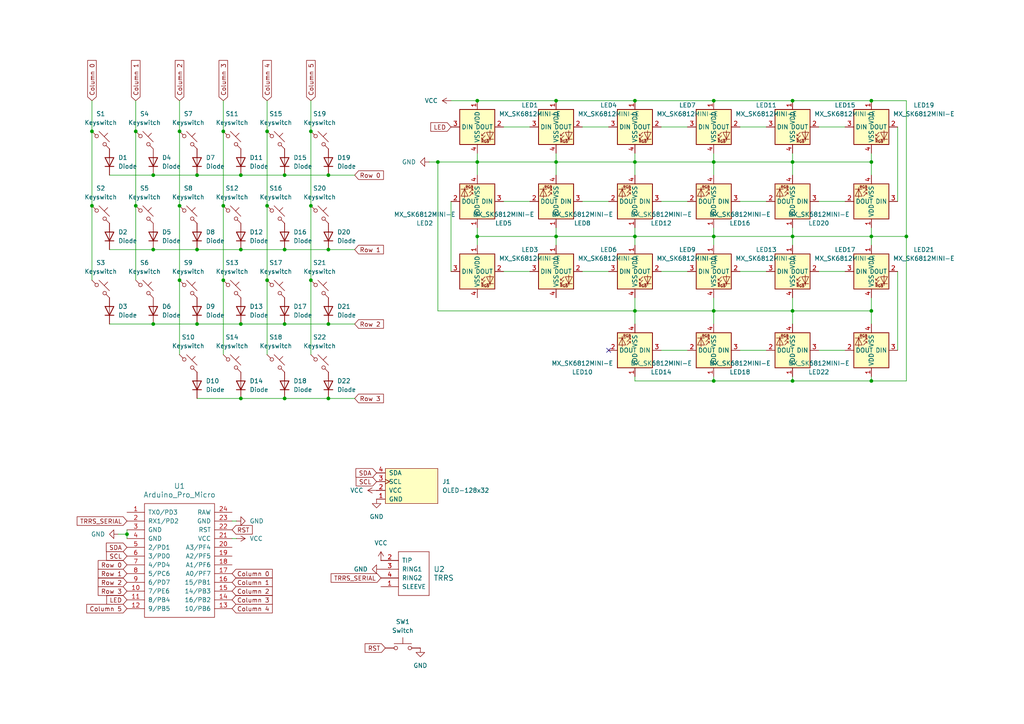
<source format=kicad_sch>
(kicad_sch (version 20231120) (generator "eeschema") (generator_version "8.0")
  (paper "A4")
  (title_block (title "RootKB") (date "2024-04-27") (rev "1.0"))
  (lib_symbols
    (symbol "PCM_marbastlib-mx:MX_SK6812MINI-E"
      (property "Reference" "LED" (at 3.175 6.35 0))
      (property "Value" "MX_SK6812MINI-E" (at 10.16 -6.985 0))
      (symbol "MX_SK6812MINI-E_0_0"
        (text "RGB" (at 2.286 -4.191 0) (effects (font (size 0.762 0.762))))
      )
      (symbol "MX_SK6812MINI-E_0_1"
        (rectangle (start -5.08 5.08) (end 5.08 -5.08) (stroke (width 0.254)) (fill (type background)))
        (polyline (pts (xy 1.27 -3.556) (xy 1.778 -3.556)))
        (polyline (pts (xy 1.27 -2.54) (xy 1.778 -2.54)))
        (polyline (pts (xy 4.699 -3.556) (xy 2.667 -3.556)))
        (polyline (pts (xy 2.286 -2.54) (xy 1.27 -3.556) (xy 1.27 -3.048)))
        (polyline (pts (xy 2.286 -1.524) (xy 1.27 -2.54) (xy 1.27 -2.032)))
        (polyline (pts (xy 3.683 -1.016) (xy 3.683 -3.556) (xy 3.683 -4.064)))
        (polyline (pts (xy 4.699 -1.524) (xy 2.667 -1.524) (xy 3.683 -3.556) (xy 4.699 -1.524)))
      )
      (symbol "MX_SK6812MINI-E_1_1"
        (pin power_in line (at 0 7.62 270) (length 2.54) (name "VDD") (number "1"))
        (pin output line (at 7.62 0 180) (length 2.54) (name "DOUT") (number "2"))
        (pin input line (at -7.62 0 0) (length 2.54) (name "DIN") (number "3"))
        (pin power_in line (at 0 -7.62 90) (length 2.54) (name "VSS") (number "4"))
      )
    )
    (symbol "ScottoKeebs:MCU_Arduino_Pro_Micro" (pin_names (offset 1.016))
      (property "Reference" "U" (at 0 0 0))
      (property "Value" "Arduino_Pro_Micro" (at 0 -19.05 0))
      (symbol "MCU_Arduino_Pro_Micro_0_1"
        (rectangle (start -10.16 16.51) (end 10.16 -16.51))
      )
      (symbol "MCU_Arduino_Pro_Micro_1_1"
        (pin input line (at -15.24 13.97 0) (length 5.08) (name "TX0/PD3") (number "1"))
        (pin input line (at -15.24 -8.89 0) (length 5.08) (name "7/PE6") (number "10"))
        (pin input line (at -15.24 -11.43 0) (length 5.08) (name "8/PB4") (number "11"))
        (pin input line (at -15.24 -13.97 0) (length 5.08) (name "9/PB5") (number "12"))
        (pin input line (at 15.24 -13.97 180) (length 5.08) (name "10/PB6") (number "13"))
        (pin input line (at 15.24 -11.43 180) (length 5.08) (name "16/PB2") (number "14"))
        (pin input line (at 15.24 -8.89 180) (length 5.08) (name "14/PB3") (number "15"))
        (pin input line (at 15.24 -6.35 180) (length 5.08) (name "15/PB1") (number "16"))
        (pin input line (at 15.24 -3.81 180) (length 5.08) (name "A0/PF7") (number "17"))
        (pin input line (at 15.24 -1.27 180) (length 5.08) (name "A1/PF6") (number "18"))
        (pin input line (at 15.24 1.27 180) (length 5.08) (name "A2/PF5") (number "19"))
        (pin input line (at -15.24 11.43 0) (length 5.08) (name "RX1/PD2") (number "2"))
        (pin input line (at 15.24 3.81 180) (length 5.08) (name "A3/PF4") (number "20"))
        (pin input line (at 15.24 6.35 180) (length 5.08) (name "VCC") (number "21"))
        (pin input line (at 15.24 8.89 180) (length 5.08) (name "RST") (number "22"))
        (pin input line (at 15.24 11.43 180) (length 5.08) (name "GND") (number "23"))
        (pin input line (at 15.24 13.97 180) (length 5.08) (name "RAW") (number "24"))
        (pin input line (at -15.24 8.89 0) (length 5.08) (name "GND") (number "3"))
        (pin input line (at -15.24 6.35 0) (length 5.08) (name "GND") (number "4"))
        (pin input line (at -15.24 3.81 0) (length 5.08) (name "2/PD1") (number "5"))
        (pin input line (at -15.24 1.27 0) (length 5.08) (name "3/PD0") (number "6"))
        (pin input line (at -15.24 -1.27 0) (length 5.08) (name "4/PD4") (number "7"))
        (pin input line (at -15.24 -3.81 0) (length 5.08) (name "5/PC6") (number "8"))
        (pin input line (at -15.24 -6.35 0) (length 5.08) (name "6/PD7") (number "9"))
      )
    )
    (symbol "ScottoKeebs:Placeholder_Diode" (pin_numbers hide) (pin_names hide)
      (property "Reference" "D" (at 0 2.54 0))
      (property "Value" "Diode" (at 0 -2.54 0))
      (symbol "Placeholder_Diode_0_1"
        (polyline (pts (xy -1.27 1.27) (xy -1.27 -1.27)) (stroke (width 0.254)))
        (polyline (pts (xy 1.27 0) (xy -1.27 0)))
        (polyline (pts (xy 1.27 1.27) (xy 1.27 -1.27) (xy -1.27 0) (xy 1.27 1.27)) (stroke (width 0.254)))
      )
      (symbol "Placeholder_Diode_1_1"
        (pin passive line (at -3.81 0 0) (length 2.54) (name "K") (number "1"))
        (pin passive line (at 3.81 0 180) (length 2.54) (name "A") (number "2"))
      )
    )
    (symbol "ScottoKeebs:Placeholder_Keyswitch" (pin_numbers hide) (pin_names (offset 1.016) hide)
      (property "Reference" "S" (at 3.048 1.016 0))
      (property "Value" "Keyswitch" (at 0 -3.81 0))
      (symbol "Placeholder_Keyswitch_0_1"
        (circle (center -1.1684 1.1684) (radius 0.508))
        (polyline (pts (xy -0.508 2.54) (xy 2.54 -0.508)))
        (polyline (pts (xy 1.016 1.016) (xy 2.032 2.032)))
        (polyline (pts (xy -2.54 2.54) (xy -1.524 1.524) (xy -1.524 1.524)))
        (polyline (pts (xy 1.524 -1.524) (xy 2.54 -2.54) (xy 2.54 -2.54) (xy 2.54 -2.54)))
        (circle (center 1.143 -1.1938) (radius 0.508))
        (pin passive line (at -2.54 2.54 0) (length 0) (name "1") (number "1"))
        (pin passive line (at 2.54 -2.54 180) (length 0) (name "2") (number "2"))
      )
    )
    (symbol "ScottoKeebs:Placeholder_Switch" (pin_numbers hide) (pin_names (offset 1.016) hide)
      (property "Reference" "SW" (at 1.27 2.54 0))
      (property "Value" "Switch" (at 0 -1.524 0))
      (symbol "Placeholder_Switch_0_1"
        (circle (center -2.032 0) (radius 0.508))
        (polyline (pts (xy 0 1.27) (xy 0 3.048)))
        (polyline (pts (xy 2.54 1.27) (xy -2.54 1.27)))
        (circle (center 2.032 0) (radius 0.508))
        (pin passive line (at -5.08 0 0) (length 2.54) (name "1") (number "1"))
        (pin passive line (at 5.08 0 180) (length 2.54) (name "2") (number "2"))
      )
    )
    (symbol "ScottoKeebs:Placeholder_TRRS" (pin_names (offset 1.016))
      (property "Reference" "U" (at 0 15.24 0))
      (property "Value" "TRRS" (at 0 -2.54 0))
      (symbol "Placeholder_TRRS_0_1"
        (rectangle (start -3.81 0) (end -3.81 12.7))
        (rectangle (start -3.81 0) (end 5.08 0))
        (rectangle (start -3.81 12.7) (end 5.08 12.7))
        (rectangle (start 5.08 12.7) (end 5.08 0))
      )
      (symbol "Placeholder_TRRS_1_1"
        (pin input line (at -8.89 2.54 0) (length 5.08) (name "SLEEVE") (number "1"))
        (pin input line (at -8.89 10.16 0) (length 5.08) (name "TIP") (number "2"))
        (pin input line (at -8.89 7.62 0) (length 5.08) (name "RING1") (number "3"))
        (pin input line (at -8.89 5.08 0) (length 5.08) (name "RING2") (number "4"))
      )
    )
    (symbol "display:OLED-128x32" (pin_names (offset 1.016))
      (property "Reference" "J" (at 0 -6.35 0))
      (property "Value" "OLED-128x32" (at 0 6.35 0))
      (symbol "OLED-128x32_0_1"
        (rectangle (start 0 5.08) (end 15.24 -5.08) (fill (type background)))
      )
      (symbol "OLED-128x32_1_1"
        (pin power_in line (at -2.54 -3.81 0) (length 2.54) (name "GND") (number "1"))
        (pin power_in line (at -2.54 -1.27 0) (length 2.54) (name "VCC") (number "2"))
        (pin input clock (at -2.54 1.27 0) (length 2.54) (name "SCL") (number "3"))
        (pin bidirectional line (at -2.54 3.81 0) (length 2.54) (name "SDA") (number "4"))
      )
    )
    (symbol "power:GND" (power) (pin_numbers hide) (pin_names (offset 0) hide)
      (property "Value" "GND" (at 0 -3.81 0))
      (symbol "GND_0_1"
        (polyline (pts (xy 0 0) (xy 0 -1.27) (xy 1.27 -1.27) (xy 0 -2.54) (xy -1.27 -1.27) (xy 0 -1.27)))
      )
      (symbol "GND_1_1"
        (pin power_in line (at 0 0 270) (length 0) (name "~") (number "1"))
      )
    )
    (symbol "power:VCC" (power) (pin_numbers hide) (pin_names (offset 0) hide)
      (property "Value" "VCC" (at 0 3.556 0))
      (symbol "VCC_0_1"
        (polyline (pts (xy -0.762 1.27) (xy 0 2.54)))
        (polyline (pts (xy 0 0) (xy 0 2.54)))
        (polyline (pts (xy 0 2.54) (xy 0.762 1.27)))
      )
      (symbol "VCC_1_1"
        (pin power_in line (at 0 0 90) (length 0) (name "~") (number "1"))
      )
    )
  )
  (junction (at 36.83 154.94))
  (junction (at 77.47 81.28))
  (junction (at 207.01 29.21))
  (junction (at 52.07 59.69))
  (junction (at 39.37 38.1))
  (junction (at 229.87 110.49))
  (junction (at 252.73 46.99))
  (junction (at 207.01 90.17))
  (junction (at 161.29 46.99))
  (junction (at 252.73 110.49))
  (junction (at 138.43 68.58))
  (junction (at 64.77 38.1))
  (junction (at 57.15 50.8))
  (junction (at 26.67 59.69))
  (junction (at 127 46.99))
  (junction (at 52.07 38.1))
  (junction (at 138.43 29.21))
  (junction (at 44.45 50.8))
  (junction (at 82.55 93.98))
  (junction (at 90.17 59.69))
  (junction (at 77.47 59.69))
  (junction (at 90.17 38.1))
  (junction (at 229.87 29.21))
  (junction (at 95.25 115.57))
  (junction (at 161.29 29.21))
  (junction (at 69.85 50.8))
  (junction (at 184.15 46.99))
  (junction (at 82.55 50.8))
  (junction (at 138.43 46.99))
  (junction (at 229.87 90.17))
  (junction (at 69.85 115.57))
  (junction (at 82.55 115.57))
  (junction (at 69.85 72.39))
  (junction (at 184.15 29.21))
  (junction (at 161.29 68.58))
  (junction (at 90.17 81.28))
  (junction (at 95.25 50.8))
  (junction (at 64.77 81.28))
  (junction (at 44.45 93.98))
  (junction (at 95.25 72.39))
  (junction (at 26.67 38.1))
  (junction (at 207.01 110.49))
  (junction (at 64.77 59.69))
  (junction (at 57.15 72.39))
  (junction (at 44.45 72.39))
  (junction (at 229.87 68.58))
  (junction (at 252.73 68.58))
  (junction (at 95.25 93.98))
  (junction (at 184.15 68.58))
  (junction (at 52.07 81.28))
  (junction (at 57.15 93.98))
  (junction (at 229.87 46.99))
  (junction (at 39.37 59.69))
  (junction (at 184.15 90.17))
  (junction (at 252.73 29.21))
  (junction (at 69.85 93.98))
  (junction (at 207.01 46.99))
  (junction (at 77.47 38.1))
  (junction (at 82.55 72.39))
  (junction (at 252.73 90.17))
  (junction (at 262.89 68.58))
  (junction (at 207.01 68.58))
  (no_connect (at 176.53 101.6))
  (wire (pts (xy 252.73 110.49) (xy 262.89 110.49)))
  (wire (pts (xy 39.37 29.21) (xy 39.37 38.1)))
  (wire (pts (xy 207.01 44.45) (xy 207.01 46.99)))
  (wire (pts (xy 39.37 38.1) (xy 39.37 59.69)))
  (wire (pts (xy 262.89 29.21) (xy 262.89 68.58)))
  (wire (pts (xy 260.35 78.74) (xy 260.35 101.6)))
  (wire (pts (xy 161.29 68.58) (xy 184.15 68.58)))
  (wire (pts (xy 168.91 36.83) (xy 176.53 36.83)))
  (wire (pts (xy 77.47 59.69) (xy 77.47 81.28)))
  (wire (pts (xy 31.75 50.8) (xy 44.45 50.8)))
  (wire (pts (xy 262.89 68.58) (xy 262.89 110.49)))
  (wire (pts (xy 207.01 68.58) (xy 207.01 71.12)))
  (wire (pts (xy 31.75 72.39) (xy 44.45 72.39)))
  (wire (pts (xy 168.91 78.74) (xy 176.53 78.74)))
  (wire (pts (xy 237.49 58.42) (xy 245.11 58.42)))
  (wire (pts (xy 161.29 66.04) (xy 161.29 68.58)))
  (wire (pts (xy 252.73 46.99) (xy 252.73 50.8)))
  (wire (pts (xy 184.15 90.17) (xy 207.01 90.17)))
  (wire (pts (xy 77.47 81.28) (xy 77.47 102.87)))
  (wire (pts (xy 26.67 59.69) (xy 26.67 81.28)))
  (wire (pts (xy 252.73 90.17) (xy 252.73 93.98)))
  (wire (pts (xy 229.87 90.17) (xy 229.87 93.98)))
  (wire (pts (xy 36.83 154.94) (xy 36.83 156.21)))
  (wire (pts (xy 138.43 29.21) (xy 161.29 29.21)))
  (wire (pts (xy 82.55 115.57) (xy 95.25 115.57)))
  (wire (pts (xy 77.47 29.21) (xy 77.47 38.1)))
  (wire (pts (xy 161.29 44.45) (xy 161.29 46.99)))
  (wire (pts (xy 44.45 72.39) (xy 57.15 72.39)))
  (wire (pts (xy 127 46.99) (xy 127 90.17)))
  (wire (pts (xy 124.46 46.99) (xy 127 46.99)))
  (wire (pts (xy 44.45 50.8) (xy 57.15 50.8)))
  (wire (pts (xy 138.43 68.58) (xy 161.29 68.58)))
  (wire (pts (xy 229.87 29.21) (xy 252.73 29.21)))
  (wire (pts (xy 57.15 115.57) (xy 69.85 115.57)))
  (wire (pts (xy 146.05 58.42) (xy 153.67 58.42)))
  (wire (pts (xy 26.67 29.21) (xy 26.67 38.1)))
  (wire (pts (xy 161.29 46.99) (xy 184.15 46.99)))
  (wire (pts (xy 161.29 46.99) (xy 161.29 50.8)))
  (wire (pts (xy 260.35 36.83) (xy 260.35 58.42)))
  (wire (pts (xy 44.45 93.98) (xy 57.15 93.98)))
  (wire (pts (xy 229.87 90.17) (xy 252.73 90.17)))
  (wire (pts (xy 184.15 46.99) (xy 207.01 46.99)))
  (wire (pts (xy 82.55 72.39) (xy 95.25 72.39)))
  (wire (pts (xy 95.25 115.57) (xy 102.87 115.57)))
  (wire (pts (xy 138.43 46.99) (xy 161.29 46.99)))
  (wire (pts (xy 252.73 44.45) (xy 252.73 46.99)))
  (wire (pts (xy 31.75 93.98) (xy 44.45 93.98)))
  (wire (pts (xy 52.07 29.21) (xy 52.07 38.1)))
  (wire (pts (xy 82.55 93.98) (xy 95.25 93.98)))
  (wire (pts (xy 207.01 110.49) (xy 229.87 110.49)))
  (wire (pts (xy 252.73 109.22) (xy 252.73 110.49)))
  (wire (pts (xy 229.87 66.04) (xy 229.87 68.58)))
  (wire (pts (xy 237.49 78.74) (xy 245.11 78.74)))
  (wire (pts (xy 191.77 78.74) (xy 199.39 78.74)))
  (wire (pts (xy 146.05 36.83) (xy 153.67 36.83)))
  (wire (pts (xy 184.15 110.49) (xy 207.01 110.49)))
  (wire (pts (xy 184.15 109.22) (xy 184.15 110.49)))
  (wire (pts (xy 229.87 109.22) (xy 229.87 110.49)))
  (wire (pts (xy 57.15 93.98) (xy 69.85 93.98)))
  (wire (pts (xy 252.73 68.58) (xy 252.73 71.12)))
  (wire (pts (xy 214.63 36.83) (xy 222.25 36.83)))
  (wire (pts (xy 229.87 46.99) (xy 229.87 50.8)))
  (wire (pts (xy 138.43 66.04) (xy 138.43 68.58)))
  (wire (pts (xy 90.17 29.21) (xy 90.17 38.1)))
  (wire (pts (xy 229.87 46.99) (xy 252.73 46.99)))
  (wire (pts (xy 69.85 72.39) (xy 82.55 72.39)))
  (wire (pts (xy 207.01 90.17) (xy 229.87 90.17)))
  (wire (pts (xy 191.77 58.42) (xy 199.39 58.42)))
  (wire (pts (xy 214.63 78.74) (xy 222.25 78.74)))
  (wire (pts (xy 130.81 58.42) (xy 130.81 78.74)))
  (wire (pts (xy 26.67 38.1) (xy 26.67 59.69)))
  (wire (pts (xy 229.87 68.58) (xy 252.73 68.58)))
  (wire (pts (xy 252.73 86.36) (xy 252.73 90.17)))
  (wire (pts (xy 207.01 66.04) (xy 207.01 68.58)))
  (wire (pts (xy 64.77 29.21) (xy 64.77 38.1)))
  (wire (pts (xy 68.58 151.13) (xy 67.31 151.13)))
  (wire (pts (xy 161.29 68.58) (xy 161.29 71.12)))
  (wire (pts (xy 252.73 68.58) (xy 262.89 68.58)))
  (wire (pts (xy 229.87 44.45) (xy 229.87 46.99)))
  (wire (pts (xy 207.01 90.17) (xy 207.01 93.98)))
  (wire (pts (xy 138.43 44.45) (xy 138.43 46.99)))
  (wire (pts (xy 69.85 93.98) (xy 82.55 93.98)))
  (wire (pts (xy 64.77 59.69) (xy 64.77 81.28)))
  (wire (pts (xy 184.15 46.99) (xy 184.15 50.8)))
  (wire (pts (xy 252.73 66.04) (xy 252.73 68.58)))
  (wire (pts (xy 184.15 86.36) (xy 184.15 90.17)))
  (wire (pts (xy 229.87 110.49) (xy 252.73 110.49)))
  (wire (pts (xy 82.55 50.8) (xy 95.25 50.8)))
  (wire (pts (xy 184.15 68.58) (xy 207.01 68.58)))
  (wire (pts (xy 69.85 115.57) (xy 82.55 115.57)))
  (wire (pts (xy 184.15 66.04) (xy 184.15 68.58)))
  (wire (pts (xy 52.07 38.1) (xy 52.07 59.69)))
  (wire (pts (xy 168.91 58.42) (xy 176.53 58.42)))
  (wire (pts (xy 127 90.17) (xy 184.15 90.17)))
  (wire (pts (xy 237.49 36.83) (xy 245.11 36.83)))
  (wire (pts (xy 138.43 46.99) (xy 138.43 50.8)))
  (wire (pts (xy 184.15 29.21) (xy 207.01 29.21)))
  (wire (pts (xy 207.01 46.99) (xy 207.01 50.8)))
  (wire (pts (xy 184.15 90.17) (xy 184.15 93.98)))
  (wire (pts (xy 64.77 81.28) (xy 64.77 102.87)))
  (wire (pts (xy 214.63 58.42) (xy 222.25 58.42)))
  (wire (pts (xy 184.15 44.45) (xy 184.15 46.99)))
  (wire (pts (xy 214.63 101.6) (xy 222.25 101.6)))
  (wire (pts (xy 146.05 78.74) (xy 153.67 78.74)))
  (wire (pts (xy 102.87 93.98) (xy 95.25 93.98)))
  (wire (pts (xy 138.43 68.58) (xy 138.43 71.12)))
  (wire (pts (xy 207.01 86.36) (xy 207.01 90.17)))
  (wire (pts (xy 68.58 156.21) (xy 67.31 156.21)))
  (wire (pts (xy 138.43 46.99) (xy 127 46.99)))
  (wire (pts (xy 77.47 38.1) (xy 77.47 59.69)))
  (wire (pts (xy 36.83 153.67) (xy 36.83 154.94)))
  (wire (pts (xy 130.81 29.21) (xy 138.43 29.21)))
  (wire (pts (xy 191.77 101.6) (xy 199.39 101.6)))
  (wire (pts (xy 207.01 68.58) (xy 229.87 68.58)))
  (wire (pts (xy 90.17 81.28) (xy 90.17 102.87)))
  (wire (pts (xy 252.73 29.21) (xy 262.89 29.21)))
  (wire (pts (xy 161.29 29.21) (xy 184.15 29.21)))
  (wire (pts (xy 184.15 68.58) (xy 184.15 71.12)))
  (wire (pts (xy 64.77 38.1) (xy 64.77 59.69)))
  (wire (pts (xy 191.77 36.83) (xy 199.39 36.83)))
  (wire (pts (xy 207.01 109.22) (xy 207.01 110.49)))
  (wire (pts (xy 52.07 59.69) (xy 52.07 81.28)))
  (wire (pts (xy 57.15 50.8) (xy 69.85 50.8)))
  (wire (pts (xy 34.29 154.94) (xy 36.83 154.94)))
  (wire (pts (xy 229.87 86.36) (xy 229.87 90.17)))
  (wire (pts (xy 102.87 50.8) (xy 95.25 50.8)))
  (wire (pts (xy 52.07 81.28) (xy 52.07 102.87)))
  (wire (pts (xy 237.49 101.6) (xy 245.11 101.6)))
  (wire (pts (xy 102.87 72.39) (xy 95.25 72.39)))
  (wire (pts (xy 90.17 59.69) (xy 90.17 81.28)))
  (wire (pts (xy 57.15 72.39) (xy 69.85 72.39)))
  (wire (pts (xy 207.01 29.21) (xy 229.87 29.21)))
  (wire (pts (xy 229.87 68.58) (xy 229.87 71.12)))
  (wire (pts (xy 39.37 59.69) (xy 39.37 81.28)))
  (wire (pts (xy 90.17 38.1) (xy 90.17 59.69)))
  (wire (pts (xy 69.85 50.8) (xy 82.55 50.8)))
  (wire (pts (xy 207.01 46.99) (xy 229.87 46.99)))
  (global_label "LED" (shape input) (at 130.81 36.83 180) (property "Intersheetrefs" "${INTERSHEET_REFS}" (effects (hide yes))))
  (global_label "Column 0" (shape input) (at 67.31 166.37 0) (property "Intersheetrefs" "${INTERSHEET_REFS}" (effects (hide yes))))
  (global_label "TRRS_SERIAL" (shape input) (at 36.83 151.13 180) (property "Intersheetrefs" "${INTERSHEET_REFS}" (effects (hide yes))))
  (global_label "Column 3" (shape input) (at 67.31 173.99 0) (property "Intersheetrefs" "${INTERSHEET_REFS}" (effects (hide yes))))
  (global_label "Column 4" (shape input) (at 77.47 29.21 90) (property "Intersheetrefs" "${INTERSHEET_REFS}" (effects (hide yes))))
  (global_label "Row 3" (shape input) (at 102.87 115.57 0) (property "Intersheetrefs" "${INTERSHEET_REFS}" (effects (hide yes))))
  (global_label "Column 1" (shape input) (at 39.37 29.21 90) (property "Intersheetrefs" "${INTERSHEET_REFS}" (effects (hide yes))))
  (global_label "TRRS_SERIAL" (shape input) (at 110.49 167.64 180) (property "Intersheetrefs" "${INTERSHEET_REFS}" (effects (hide yes))))
  (global_label "Row 2" (shape input) (at 102.87 93.98 0) (property "Intersheetrefs" "${INTERSHEET_REFS}" (effects (hide yes))))
  (global_label "Column 0" (shape input) (at 26.67 29.21 90) (property "Intersheetrefs" "${INTERSHEET_REFS}" (effects (hide yes))))
  (global_label "Column 1" (shape input) (at 67.31 168.91 0) (property "Intersheetrefs" "${INTERSHEET_REFS}" (effects (hide yes))))
  (global_label "Column 2" (shape input) (at 52.07 29.21 90) (property "Intersheetrefs" "${INTERSHEET_REFS}" (effects (hide yes))))
  (global_label "Row 0" (shape input) (at 102.87 50.8 0) (property "Intersheetrefs" "${INTERSHEET_REFS}" (effects (hide yes))))
  (global_label "RST" (shape input) (at 111.76 187.96 180) (property "Intersheetrefs" "${INTERSHEET_REFS}" (effects (hide yes))))
  (global_label "Row 1" (shape input) (at 36.83 166.37 180) (property "Intersheetrefs" "${INTERSHEET_REFS}" (effects (hide yes))))
  (global_label "Column 4" (shape input) (at 67.31 176.53 0) (property "Intersheetrefs" "${INTERSHEET_REFS}" (effects (hide yes))))
  (global_label "SCL" (shape input) (at 36.83 161.29 180) (property "Intersheetrefs" "${INTERSHEET_REFS}" (effects (hide yes))))
  (global_label "Row 3" (shape input) (at 36.83 171.45 180) (property "Intersheetrefs" "${INTERSHEET_REFS}" (effects (hide yes))))
  (global_label "SCL" (shape input) (at 109.22 139.7 180) (property "Intersheetrefs" "${INTERSHEET_REFS}" (effects (hide yes))))
  (global_label "Row 2" (shape input) (at 36.83 168.91 180) (property "Intersheetrefs" "${INTERSHEET_REFS}" (effects (hide yes))))
  (global_label "Row 1" (shape input) (at 102.87 72.39 0) (property "Intersheetrefs" "${INTERSHEET_REFS}" (effects (hide yes))))
  (global_label "SDA" (shape input) (at 109.22 137.16 180) (property "Intersheetrefs" "${INTERSHEET_REFS}" (effects (hide yes))))
  (global_label "RST" (shape input) (at 67.31 153.67 0) (property "Intersheetrefs" "${INTERSHEET_REFS}" (effects (hide yes))))
  (global_label "Column 5" (shape input) (at 90.17 29.21 90) (property "Intersheetrefs" "${INTERSHEET_REFS}" (effects (hide yes))))
  (global_label "Column 2" (shape input) (at 67.31 171.45 0) (property "Intersheetrefs" "${INTERSHEET_REFS}" (effects (hide yes))))
  (global_label "LED" (shape input) (at 36.83 173.99 180) (property "Intersheetrefs" "${INTERSHEET_REFS}" (effects (hide yes))))
  (global_label "Column 5" (shape input) (at 36.83 176.53 180) (property "Intersheetrefs" "${INTERSHEET_REFS}" (effects (hide yes))))
  (global_label "SDA" (shape input) (at 36.83 158.75 180) (property "Intersheetrefs" "${INTERSHEET_REFS}" (effects (hide yes))))
  (global_label "Column 3" (shape input) (at 64.77 29.21 90) (property "Intersheetrefs" "${INTERSHEET_REFS}" (effects (hide yes))))
  (global_label "Row 0" (shape input) (at 36.83 163.83 180) (property "Intersheetrefs" "${INTERSHEET_REFS}" (effects (hide yes))))
  (symbol (lib_id "ScottoKeebs:Placeholder_Keyswitch") (at 92.71 40.64 0) (unit 1)
    (property "Reference" "S19" (at 92.71 33.02 0))
    (property "Value" "Keyswitch" (at 92.71 35.56 0))
    (property "Footprint" "PCM_Switch_Keyboard_Hotswap_Kailh:SW_Hotswap_Kailh_MX_1.00u" (effects (hide yes)))
    (property "Description" "Push button switch, normally open, two pins, 45° tilted" (effects (hide yes)))
  )
  (symbol (lib_id "power:GND") (at 109.22 144.78 0) (unit 1)
    (property "Reference" "#PWR05" (effects (hide yes)))
    (property "Value" "GND" (at 109.22 149.86 0))
    (property "Description" "Power symbol creates a global label with name \"GND\" , ground" (effects (hide yes)))
  )
  (symbol (lib_id "PCM_marbastlib-mx:MX_SK6812MINI-E") (at 184.15 36.83 0) (unit 1)
    (property "Reference" "LED7" (at 199.39 30.5114 0))
    (property "Value" "MX_SK6812MINI-E" (at 199.39 33.0514 0))
    (property "Footprint" "PCM_marbastlib-mx:LED_MX_6028R" (effects (hide yes)))
    (property "Description" "Reverse mount adressable LED (WS2812 protocol)" (effects (hide yes)))
  )
  (symbol (lib_id "ScottoKeebs:Placeholder_Keyswitch") (at 54.61 83.82 0) (unit 1)
    (property "Reference" "S9" (at 54.61 76.2 0))
    (property "Value" "Keyswitch" (at 54.61 78.74 0))
    (property "Footprint" "PCM_Switch_Keyboard_Hotswap_Kailh:SW_Hotswap_Kailh_MX_1.00u" (effects (hide yes)))
    (property "Description" "Push button switch, normally open, two pins, 45° tilted" (effects (hide yes)))
  )
  (symbol (lib_id "PCM_marbastlib-mx:MX_SK6812MINI-E") (at 207.01 101.6 180) (unit 1)
    (property "Reference" "LED14" (at 191.77 107.9186 0))
    (property "Value" "MX_SK6812MINI-E" (at 191.77 105.3786 0))
    (property "Footprint" "PCM_marbastlib-mx:LED_MX_6028R" (effects (hide yes)))
    (property "Description" "Reverse mount adressable LED (WS2812 protocol)" (effects (hide yes)))
  )
  (symbol (lib_id "ScottoKeebs:Placeholder_Diode") (at 57.15 46.99 90) (unit 1)
    (property "Reference" "D7" (at 59.69 45.7199 90) (effects (justify right)))
    (property "Value" "Diode" (at 59.69 48.2599 90) (effects (justify right)))
    (property "Footprint" "Diode_SMD:D_SOD-123F" (effects (hide yes)))
    (property "Description" "1N4148 (DO-35) or 1N4148W (SOD-123)" (effects (hide yes)))
    (property "Sim.Device" "D" (effects (hide yes)))
    (property "Sim.Pins" "1=K 2=A" (effects (hide yes)))
  )
  (symbol (lib_id "ScottoKeebs:Placeholder_Keyswitch") (at 67.31 83.82 0) (unit 1)
    (property "Reference" "S13" (at 67.31 76.2 0))
    (property "Value" "Keyswitch" (at 67.31 78.74 0))
    (property "Footprint" "PCM_Switch_Keyboard_Hotswap_Kailh:SW_Hotswap_Kailh_MX_1.00u" (effects (hide yes)))
    (property "Description" "Push button switch, normally open, two pins, 45° tilted" (effects (hide yes)))
  )
  (symbol (lib_id "ScottoKeebs:Placeholder_TRRS") (at 119.38 172.72 0) (unit 1)
    (property "Reference" "U2" (at 125.73 165.0999 0) (effects (font (size 1.524 1.524)) (justify left)))
    (property "Value" "TRRS" (at 125.73 167.6399 0) (effects (font (size 1.524 1.524)) (justify left)))
    (property "Footprint" "ScottoKeebs_Components:TRRS_PJ-320A" (effects (hide yes)))
  )
  (symbol (lib_id "ScottoKeebs:Placeholder_Keyswitch") (at 80.01 62.23 0) (unit 1)
    (property "Reference" "S16" (at 80.01 54.61 0))
    (property "Value" "Keyswitch" (at 80.01 57.15 0))
    (property "Footprint" "PCM_Switch_Keyboard_Hotswap_Kailh:SW_Hotswap_Kailh_MX_1.00u" (effects (hide yes)))
    (property "Description" "Push button switch, normally open, two pins, 45° tilted" (effects (hide yes)))
  )
  (symbol (lib_id "ScottoKeebs:Placeholder_Diode") (at 82.55 111.76 90) (unit 1)
    (property "Reference" "D18" (at 85.09 110.4899 90) (effects (justify right)))
    (property "Value" "Diode" (at 85.09 113.0299 90) (effects (justify right)))
    (property "Footprint" "Diode_SMD:D_SOD-123F" (effects (hide yes)))
    (property "Description" "1N4148 (DO-35) or 1N4148W (SOD-123)" (effects (hide yes)))
    (property "Sim.Device" "D" (effects (hide yes)))
    (property "Sim.Pins" "1=K 2=A" (effects (hide yes)))
  )
  (symbol (lib_id "ScottoKeebs:Placeholder_Diode") (at 44.45 90.17 90) (unit 1)
    (property "Reference" "D6" (at 46.99 88.8999 90) (effects (justify right)))
    (property "Value" "Diode" (at 46.99 91.4399 90) (effects (justify right)))
    (property "Footprint" "Diode_SMD:D_SOD-123F" (effects (hide yes)))
    (property "Description" "1N4148 (DO-35) or 1N4148W (SOD-123)" (effects (hide yes)))
    (property "Sim.Device" "D" (effects (hide yes)))
    (property "Sim.Pins" "1=K 2=A" (effects (hide yes)))
  )
  (symbol (lib_id "ScottoKeebs:Placeholder_Keyswitch") (at 41.91 40.64 0) (unit 1)
    (property "Reference" "S4" (at 41.91 33.02 0))
    (property "Value" "Keyswitch" (at 41.91 35.56 0))
    (property "Footprint" "PCM_Switch_Keyboard_Hotswap_Kailh:SW_Hotswap_Kailh_MX_1.00u" (effects (hide yes)))
    (property "Description" "Push button switch, normally open, two pins, 45° tilted" (effects (hide yes)))
  )
  (symbol (lib_id "ScottoKeebs:Placeholder_Diode") (at 44.45 46.99 90) (unit 1)
    (property "Reference" "D4" (at 46.99 45.7199 90) (effects (justify right)))
    (property "Value" "Diode" (at 46.99 48.2599 90) (effects (justify right)))
    (property "Footprint" "Diode_SMD:D_SOD-123F" (effects (hide yes)))
    (property "Description" "1N4148 (DO-35) or 1N4148W (SOD-123)" (effects (hide yes)))
    (property "Sim.Device" "D" (effects (hide yes)))
    (property "Sim.Pins" "1=K 2=A" (effects (hide yes)))
  )
  (symbol (lib_id "ScottoKeebs:Placeholder_Diode") (at 82.55 68.58 90) (unit 1)
    (property "Reference" "D16" (at 85.09 67.3099 90) (effects (justify right)))
    (property "Value" "Diode" (at 85.09 69.8499 90) (effects (justify right)))
    (property "Footprint" "Diode_SMD:D_SOD-123F" (effects (hide yes)))
    (property "Description" "1N4148 (DO-35) or 1N4148W (SOD-123)" (effects (hide yes)))
    (property "Sim.Device" "D" (effects (hide yes)))
    (property "Sim.Pins" "1=K 2=A" (effects (hide yes)))
  )
  (symbol (lib_id "ScottoKeebs:Placeholder_Diode") (at 57.15 111.76 90) (unit 1)
    (property "Reference" "D10" (at 59.69 110.4899 90) (effects (justify right)))
    (property "Value" "Diode" (at 59.69 113.0299 90) (effects (justify right)))
    (property "Footprint" "Diode_SMD:D_SOD-123F" (effects (hide yes)))
    (property "Description" "1N4148 (DO-35) or 1N4148W (SOD-123)" (effects (hide yes)))
    (property "Sim.Device" "D" (effects (hide yes)))
    (property "Sim.Pins" "1=K 2=A" (effects (hide yes)))
  )
  (symbol (lib_id "ScottoKeebs:Placeholder_Diode") (at 69.85 46.99 90) (unit 1)
    (property "Reference" "D11" (at 72.39 45.7199 90) (effects (justify right)))
    (property "Value" "Diode" (at 72.39 48.2599 90) (effects (justify right)))
    (property "Footprint" "Diode_SMD:D_SOD-123F" (effects (hide yes)))
    (property "Description" "1N4148 (DO-35) or 1N4148W (SOD-123)" (effects (hide yes)))
    (property "Sim.Device" "D" (effects (hide yes)))
    (property "Sim.Pins" "1=K 2=A" (effects (hide yes)))
  )
  (symbol (lib_id "PCM_marbastlib-mx:MX_SK6812MINI-E") (at 229.87 58.42 180) (unit 1)
    (property "Reference" "LED16" (at 214.63 64.7386 0))
    (property "Value" "MX_SK6812MINI-E" (at 214.63 62.1986 0))
    (property "Footprint" "PCM_marbastlib-mx:LED_MX_6028R" (effects (hide yes)))
    (property "Description" "Reverse mount adressable LED (WS2812 protocol)" (effects (hide yes)))
  )
  (symbol (lib_id "ScottoKeebs:Placeholder_Keyswitch") (at 67.31 40.64 0) (unit 1)
    (property "Reference" "S11" (at 67.31 33.02 0))
    (property "Value" "Keyswitch" (at 67.31 35.56 0))
    (property "Footprint" "PCM_Switch_Keyboard_Hotswap_Kailh:SW_Hotswap_Kailh_MX_1.00u" (effects (hide yes)))
    (property "Description" "Push button switch, normally open, two pins, 45° tilted" (effects (hide yes)))
  )
  (symbol (lib_id "ScottoKeebs:Placeholder_Switch") (at 116.84 187.96 0) (unit 1)
    (property "Reference" "SW1" (at 116.84 180.34 0))
    (property "Value" "Switch" (at 116.84 182.88 0))
    (property "Footprint" "ScottoKeebs_Components:Button_MJTP1250" (effects (hide yes)))
    (property "Description" "Push button switch, generic, two pins" (effects (hide yes)))
  )
  (symbol (lib_id "PCM_marbastlib-mx:MX_SK6812MINI-E") (at 184.15 58.42 180) (unit 1)
    (property "Reference" "LED8" (at 168.91 64.7386 0))
    (property "Value" "MX_SK6812MINI-E" (at 168.91 62.1986 0))
    (property "Footprint" "PCM_marbastlib-mx:LED_MX_6028R" (effects (hide yes)))
    (property "Description" "Reverse mount adressable LED (WS2812 protocol)" (effects (hide yes)))
  )
  (symbol (lib_id "ScottoKeebs:Placeholder_Diode") (at 31.75 68.58 90) (unit 1)
    (property "Reference" "D2" (at 34.29 67.3099 90) (effects (justify right)))
    (property "Value" "Diode" (at 34.29 69.8499 90) (effects (justify right)))
    (property "Footprint" "Diode_SMD:D_SOD-123F" (effects (hide yes)))
    (property "Description" "1N4148 (DO-35) or 1N4148W (SOD-123)" (effects (hide yes)))
    (property "Sim.Device" "D" (effects (hide yes)))
    (property "Sim.Pins" "1=K 2=A" (effects (hide yes)))
  )
  (symbol (lib_id "power:VCC") (at 130.81 29.21 90) (unit 1)
    (property "Reference" "#PWR010" (effects (hide yes)))
    (property "Value" "VCC" (at 127 29.2099 90) (effects (justify left)))
    (property "Description" "Power symbol creates a global label with name \"VCC\"" (effects (hide yes)))
  )
  (symbol (lib_id "PCM_marbastlib-mx:MX_SK6812MINI-E") (at 161.29 36.83 0) (unit 1)
    (property "Reference" "LED4" (at 176.53 30.5114 0))
    (property "Value" "MX_SK6812MINI-E" (at 176.53 33.0514 0))
    (property "Footprint" "PCM_marbastlib-mx:LED_MX_6028R" (effects (hide yes)))
    (property "Description" "Reverse mount adressable LED (WS2812 protocol)" (effects (hide yes)))
  )
  (symbol (lib_id "ScottoKeebs:Placeholder_Diode") (at 95.25 68.58 90) (unit 1)
    (property "Reference" "D20" (at 97.79 67.3099 90) (effects (justify right)))
    (property "Value" "Diode" (at 97.79 69.8499 90) (effects (justify right)))
    (property "Footprint" "Diode_SMD:D_SOD-123F" (effects (hide yes)))
    (property "Description" "1N4148 (DO-35) or 1N4148W (SOD-123)" (effects (hide yes)))
    (property "Sim.Device" "D" (effects (hide yes)))
    (property "Sim.Pins" "1=K 2=A" (effects (hide yes)))
  )
  (symbol (lib_id "ScottoKeebs:Placeholder_Diode") (at 82.55 46.99 90) (unit 1)
    (property "Reference" "D15" (at 85.09 45.7199 90) (effects (justify right)))
    (property "Value" "Diode" (at 85.09 48.2599 90) (effects (justify right)))
    (property "Footprint" "Diode_SMD:D_SOD-123F" (effects (hide yes)))
    (property "Description" "1N4148 (DO-35) or 1N4148W (SOD-123)" (effects (hide yes)))
    (property "Sim.Device" "D" (effects (hide yes)))
    (property "Sim.Pins" "1=K 2=A" (effects (hide yes)))
  )
  (symbol (lib_id "power:VCC") (at 109.22 142.24 90) (unit 1)
    (property "Reference" "#PWR04" (effects (hide yes)))
    (property "Value" "VCC" (at 105.41 142.2399 90) (effects (justify left)))
    (property "Description" "Power symbol creates a global label with name \"VCC\"" (effects (hide yes)))
  )
  (symbol (lib_id "PCM_marbastlib-mx:MX_SK6812MINI-E") (at 184.15 78.74 0) (unit 1)
    (property "Reference" "LED9" (at 199.39 72.4214 0))
    (property "Value" "MX_SK6812MINI-E" (at 199.39 74.9614 0))
    (property "Footprint" "PCM_marbastlib-mx:LED_MX_6028R" (effects (hide yes)))
    (property "Description" "Reverse mount adressable LED (WS2812 protocol)" (effects (hide yes)))
  )
  (symbol (lib_id "ScottoKeebs:Placeholder_Diode") (at 31.75 90.17 90) (unit 1)
    (property "Reference" "D3" (at 34.29 88.8999 90) (effects (justify right)))
    (property "Value" "Diode" (at 34.29 91.4399 90) (effects (justify right)))
    (property "Footprint" "Diode_SMD:D_SOD-123F" (effects (hide yes)))
    (property "Description" "1N4148 (DO-35) or 1N4148W (SOD-123)" (effects (hide yes)))
    (property "Sim.Device" "D" (effects (hide yes)))
    (property "Sim.Pins" "1=K 2=A" (effects (hide yes)))
  )
  (symbol (lib_id "power:GND") (at 124.46 46.99 270) (unit 1)
    (property "Reference" "#PWR09" (effects (hide yes)))
    (property "Value" "GND" (at 120.65 46.9899 90) (effects (justify right)))
    (property "Description" "Power symbol creates a global label with name \"GND\" , ground" (effects (hide yes)))
  )
  (symbol (lib_id "PCM_marbastlib-mx:MX_SK6812MINI-E") (at 138.43 78.74 0) (unit 1)
    (property "Reference" "LED3" (at 153.67 72.4214 0))
    (property "Value" "MX_SK6812MINI-E" (at 153.67 74.9614 0))
    (property "Footprint" "PCM_marbastlib-mx:LED_MX_6028R" (effects (hide yes)))
    (property "Description" "Reverse mount adressable LED (WS2812 protocol)" (effects (hide yes)))
  )
  (symbol (lib_id "ScottoKeebs:Placeholder_Keyswitch") (at 92.71 83.82 0) (unit 1)
    (property "Reference" "S21" (at 92.71 76.2 0))
    (property "Value" "Keyswitch" (at 92.71 78.74 0))
    (property "Footprint" "PCM_Switch_Keyboard_Hotswap_Kailh:SW_Hotswap_Kailh_MX_1.25u_90deg" (effects (hide yes)))
    (property "Description" "Push button switch, normally open, two pins, 45° tilted" (effects (hide yes)))
  )
  (symbol (lib_id "ScottoKeebs:Placeholder_Diode") (at 69.85 90.17 90) (unit 1)
    (property "Reference" "D13" (at 72.39 88.8999 90) (effects (justify right)))
    (property "Value" "Diode" (at 72.39 91.4399 90) (effects (justify right)))
    (property "Footprint" "Diode_SMD:D_SOD-123F" (effects (hide yes)))
    (property "Description" "1N4148 (DO-35) or 1N4148W (SOD-123)" (effects (hide yes)))
    (property "Sim.Device" "D" (effects (hide yes)))
    (property "Sim.Pins" "1=K 2=A" (effects (hide yes)))
  )
  (symbol (lib_id "power:VCC") (at 68.58 156.21 270) (unit 1)
    (property "Reference" "#PWR03" (effects (hide yes)))
    (property "Value" "VCC" (at 72.39 156.2099 90) (effects (justify left)))
    (property "Description" "Power symbol creates a global label with name \"VCC\"" (effects (hide yes)))
  )
  (symbol (lib_id "power:GND") (at 121.92 187.96 0) (unit 1)
    (property "Reference" "#PWR08" (effects (hide yes)))
    (property "Value" "GND" (at 121.92 193.04 0))
    (property "Description" "Power symbol creates a global label with name \"GND\" , ground" (effects (hide yes)))
  )
  (symbol (lib_id "ScottoKeebs:Placeholder_Keyswitch") (at 29.21 83.82 0) (unit 1)
    (property "Reference" "S3" (at 29.21 76.2 0))
    (property "Value" "Keyswitch" (at 29.21 78.74 0))
    (property "Footprint" "PCM_Switch_Keyboard_Hotswap_Kailh:SW_Hotswap_Kailh_MX_1.00u" (effects (hide yes)))
    (property "Description" "Push button switch, normally open, two pins, 45° tilted" (effects (hide yes)))
  )
  (symbol (lib_id "power:GND") (at 34.29 154.94 270) (unit 1)
    (property "Reference" "#PWR01" (effects (hide yes)))
    (property "Value" "GND" (at 30.48 154.9399 90) (effects (justify right)))
    (property "Description" "Power symbol creates a global label with name \"GND\" , ground" (effects (hide yes)))
  )
  (symbol (lib_id "ScottoKeebs:Placeholder_Keyswitch") (at 67.31 105.41 0) (unit 1)
    (property "Reference" "S14" (at 67.31 97.79 0))
    (property "Value" "Keyswitch" (at 67.31 100.33 0))
    (property "Footprint" "PCM_Switch_Keyboard_Hotswap_Kailh:SW_Hotswap_Kailh_MX_1.00u" (effects (hide yes)))
    (property "Description" "Push button switch, normally open, two pins, 45° tilted" (effects (hide yes)))
  )
  (symbol (lib_id "ScottoKeebs:Placeholder_Keyswitch") (at 80.01 105.41 0) (unit 1)
    (property "Reference" "S18" (at 80.01 97.79 0))
    (property "Value" "Keyswitch" (at 80.01 100.33 0))
    (property "Footprint" "PCM_Switch_Keyboard_Hotswap_Kailh:SW_Hotswap_Kailh_MX_1.00u" (effects (hide yes)))
    (property "Description" "Push button switch, normally open, two pins, 45° tilted" (effects (hide yes)))
  )
  (symbol (lib_id "ScottoKeebs:Placeholder_Keyswitch") (at 54.61 62.23 0) (unit 1)
    (property "Reference" "S8" (at 54.61 54.61 0))
    (property "Value" "Keyswitch" (at 54.61 57.15 0))
    (property "Footprint" "PCM_Switch_Keyboard_Hotswap_Kailh:SW_Hotswap_Kailh_MX_1.00u" (effects (hide yes)))
    (property "Description" "Push button switch, normally open, two pins, 45° tilted" (effects (hide yes)))
  )
  (symbol (lib_id "ScottoKeebs:Placeholder_Keyswitch") (at 54.61 40.64 0) (unit 1)
    (property "Reference" "S7" (at 54.61 33.02 0))
    (property "Value" "Keyswitch" (at 54.61 35.56 0))
    (property "Footprint" "PCM_Switch_Keyboard_Hotswap_Kailh:SW_Hotswap_Kailh_MX_1.00u" (effects (hide yes)))
    (property "Description" "Push button switch, normally open, two pins, 45° tilted" (effects (hide yes)))
  )
  (symbol (lib_id "ScottoKeebs:Placeholder_Diode") (at 95.25 111.76 90) (unit 1)
    (property "Reference" "D22" (at 97.79 110.4899 90) (effects (justify right)))
    (property "Value" "Diode" (at 97.79 113.0299 90) (effects (justify right)))
    (property "Footprint" "Diode_SMD:D_SOD-123F" (effects (hide yes)))
    (property "Description" "1N4148 (DO-35) or 1N4148W (SOD-123)" (effects (hide yes)))
    (property "Sim.Device" "D" (effects (hide yes)))
    (property "Sim.Pins" "1=K 2=A" (effects (hide yes)))
  )
  (symbol (lib_id "PCM_marbastlib-mx:MX_SK6812MINI-E") (at 207.01 36.83 0) (unit 1)
    (property "Reference" "LED11" (at 222.25 30.5114 0))
    (property "Value" "MX_SK6812MINI-E" (at 222.25 33.0514 0))
    (property "Footprint" "PCM_marbastlib-mx:LED_MX_6028R" (effects (hide yes)))
    (property "Description" "Reverse mount adressable LED (WS2812 protocol)" (effects (hide yes)))
  )
  (symbol (lib_id "ScottoKeebs:Placeholder_Diode") (at 31.75 46.99 90) (unit 1)
    (property "Reference" "D1" (at 34.29 45.7199 90) (effects (justify right)))
    (property "Value" "Diode" (at 34.29 48.2599 90) (effects (justify right)))
    (property "Footprint" "Diode_SMD:D_SOD-123F" (effects (hide yes)))
    (property "Description" "1N4148 (DO-35) or 1N4148W (SOD-123)" (effects (hide yes)))
    (property "Sim.Device" "D" (effects (hide yes)))
    (property "Sim.Pins" "1=K 2=A" (effects (hide yes)))
  )
  (symbol (lib_id "PCM_marbastlib-mx:MX_SK6812MINI-E") (at 138.43 58.42 180) (unit 1)
    (property "Reference" "LED2" (at 123.19 64.7386 0))
    (property "Value" "MX_SK6812MINI-E" (at 123.19 62.1986 0))
    (property "Footprint" "PCM_marbastlib-mx:LED_MX_6028R" (effects (hide yes)))
    (property "Description" "Reverse mount adressable LED (WS2812 protocol)" (effects (hide yes)))
  )
  (symbol (lib_id "power:VCC") (at 110.49 162.56 0) (unit 1)
    (property "Reference" "#PWR06" (effects (hide yes)))
    (property "Value" "VCC" (at 110.49 157.48 0))
    (property "Description" "Power symbol creates a global label with name \"VCC\"" (effects (hide yes)))
  )
  (symbol (lib_id "ScottoKeebs:Placeholder_Keyswitch") (at 29.21 62.23 0) (unit 1)
    (property "Reference" "S2" (at 29.21 54.61 0))
    (property "Value" "Keyswitch" (at 29.21 57.15 0))
    (property "Footprint" "PCM_Switch_Keyboard_Hotswap_Kailh:SW_Hotswap_Kailh_MX_1.00u" (effects (hide yes)))
    (property "Description" "Push button switch, normally open, two pins, 45° tilted" (effects (hide yes)))
  )
  (symbol (lib_id "ScottoKeebs:Placeholder_Diode") (at 95.25 90.17 90) (unit 1)
    (property "Reference" "D21" (at 97.79 88.8999 90) (effects (justify right)))
    (property "Value" "Diode" (at 97.79 91.4399 90) (effects (justify right)))
    (property "Footprint" "Diode_SMD:D_SOD-123F" (effects (hide yes)))
    (property "Description" "1N4148 (DO-35) or 1N4148W (SOD-123)" (effects (hide yes)))
    (property "Sim.Device" "D" (effects (hide yes)))
    (property "Sim.Pins" "1=K 2=A" (effects (hide yes)))
  )
  (symbol (lib_id "PCM_marbastlib-mx:MX_SK6812MINI-E") (at 252.73 101.6 180) (unit 1)
    (property "Reference" "LED22" (at 237.49 107.9186 0))
    (property "Value" "MX_SK6812MINI-E" (at 237.49 105.3786 0))
    (property "Footprint" "PCM_marbastlib-mx:LED_MX_6028R" (effects (hide yes)))
    (property "Description" "Reverse mount adressable LED (WS2812 protocol)" (effects (hide yes)))
  )
  (symbol (lib_id "ScottoKeebs:Placeholder_Diode") (at 95.25 46.99 90) (unit 1)
    (property "Reference" "D19" (at 97.79 45.7199 90) (effects (justify right)))
    (property "Value" "Diode" (at 97.79 48.2599 90) (effects (justify right)))
    (property "Footprint" "Diode_SMD:D_SOD-123F" (effects (hide yes)))
    (property "Description" "1N4148 (DO-35) or 1N4148W (SOD-123)" (effects (hide yes)))
    (property "Sim.Device" "D" (effects (hide yes)))
    (property "Sim.Pins" "1=K 2=A" (effects (hide yes)))
  )
  (symbol (lib_id "power:GND") (at 110.49 165.1 270) (unit 1)
    (property "Reference" "#PWR07" (effects (hide yes)))
    (property "Value" "GND" (at 106.68 165.0999 90) (effects (justify right)))
    (property "Description" "Power symbol creates a global label with name \"GND\" , ground" (effects (hide yes)))
  )
  (symbol (lib_id "display:OLED-128x32") (at 111.76 140.97 0) (unit 1)
    (property "Reference" "J1" (at 128.27 139.6999 0) (effects (justify left)))
    (property "Value" "OLED-128x32" (at 128.27 142.2399 0) (effects (justify left)))
    (property "Footprint" "display:OLED-128x32-cutout" (effects (hide yes)))
  )
  (symbol (lib_id "PCM_marbastlib-mx:MX_SK6812MINI-E") (at 207.01 78.74 0) (unit 1)
    (property "Reference" "LED13" (at 222.25 72.4214 0))
    (property "Value" "MX_SK6812MINI-E" (at 222.25 74.9614 0))
    (property "Footprint" "PCM_marbastlib-mx:LED_MX_6028R" (effects (hide yes)))
    (property "Description" "Reverse mount adressable LED (WS2812 protocol)" (effects (hide yes)))
  )
  (symbol (lib_id "PCM_marbastlib-mx:MX_SK6812MINI-E") (at 252.73 58.42 180) (unit 1)
    (property "Reference" "LED20" (at 237.49 64.7386 0))
    (property "Value" "MX_SK6812MINI-E" (at 237.49 62.1986 0))
    (property "Footprint" "PCM_marbastlib-mx:LED_MX_6028R" (effects (hide yes)))
    (property "Description" "Reverse mount adressable LED (WS2812 protocol)" (effects (hide yes)))
  )
  (symbol (lib_id "ScottoKeebs:MCU_Arduino_Pro_Micro") (at 52.07 162.56 0) (unit 1)
    (property "Reference" "U1" (at 52.07 140.97 0) (effects (font (size 1.524 1.524))))
    (property "Value" "Arduino_Pro_Micro" (at 52.07 143.51 0) (effects (font (size 1.524 1.524))))
    (property "Footprint" "ScottoKeebs_MCU:Arduino_Pro_Micro" (effects (hide yes)))
  )
  (symbol (lib_id "ScottoKeebs:Placeholder_Keyswitch") (at 41.91 83.82 0) (unit 1)
    (property "Reference" "S6" (at 41.91 76.2 0))
    (property "Value" "Keyswitch" (at 41.91 78.74 0))
    (property "Footprint" "PCM_Switch_Keyboard_Hotswap_Kailh:SW_Hotswap_Kailh_MX_1.00u" (effects (hide yes)))
    (property "Description" "Push button switch, normally open, two pins, 45° tilted" (effects (hide yes)))
  )
  (symbol (lib_id "PCM_marbastlib-mx:MX_SK6812MINI-E") (at 229.87 78.74 0) (unit 1)
    (property "Reference" "LED17" (at 245.11 72.4214 0))
    (property "Value" "MX_SK6812MINI-E" (at 245.11 74.9614 0))
    (property "Footprint" "PCM_marbastlib-mx:LED_MX_6028R" (effects (hide yes)))
    (property "Description" "Reverse mount adressable LED (WS2812 protocol)" (effects (hide yes)))
  )
  (symbol (lib_id "ScottoKeebs:Placeholder_Keyswitch") (at 92.71 62.23 0) (unit 1)
    (property "Reference" "S20" (at 92.71 54.61 0))
    (property "Value" "Keyswitch" (at 92.71 57.15 0))
    (property "Footprint" "PCM_Switch_Keyboard_Hotswap_Kailh:SW_Hotswap_Kailh_MX_1.25u_90deg" (effects (hide yes)))
    (property "Description" "Push button switch, normally open, two pins, 45° tilted" (effects (hide yes)))
  )
  (symbol (lib_id "ScottoKeebs:Placeholder_Diode") (at 57.15 68.58 90) (unit 1)
    (property "Reference" "D8" (at 59.69 67.3099 90) (effects (justify right)))
    (property "Value" "Diode" (at 59.69 69.8499 90) (effects (justify right)))
    (property "Footprint" "Diode_SMD:D_SOD-123F" (effects (hide yes)))
    (property "Description" "1N4148 (DO-35) or 1N4148W (SOD-123)" (effects (hide yes)))
    (property "Sim.Device" "D" (effects (hide yes)))
    (property "Sim.Pins" "1=K 2=A" (effects (hide yes)))
  )
  (symbol (lib_id "PCM_marbastlib-mx:MX_SK6812MINI-E") (at 229.87 36.83 0) (unit 1)
    (property "Reference" "LED15" (at 245.11 30.5114 0))
    (property "Value" "MX_SK6812MINI-E" (at 245.11 33.0514 0))
    (property "Footprint" "PCM_marbastlib-mx:LED_MX_6028R" (effects (hide yes)))
    (property "Description" "Reverse mount adressable LED (WS2812 protocol)" (effects (hide yes)))
  )
  (symbol (lib_id "PCM_marbastlib-mx:MX_SK6812MINI-E") (at 252.73 78.74 0) (unit 1)
    (property "Reference" "LED21" (at 267.97 72.4214 0))
    (property "Value" "MX_SK6812MINI-E" (at 267.97 74.9614 0))
    (property "Footprint" "PCM_marbastlib-mx:LED_MX_6028R" (effects (hide yes)))
    (property "Description" "Reverse mount adressable LED (WS2812 protocol)" (effects (hide yes)))
  )
  (symbol (lib_id "ScottoKeebs:Placeholder_Keyswitch") (at 80.01 40.64 0) (unit 1)
    (property "Reference" "S15" (at 80.01 33.02 0))
    (property "Value" "Keyswitch" (at 80.01 35.56 0))
    (property "Footprint" "PCM_Switch_Keyboard_Hotswap_Kailh:SW_Hotswap_Kailh_MX_1.00u" (effects (hide yes)))
    (property "Description" "Push button switch, normally open, two pins, 45° tilted" (effects (hide yes)))
  )
  (symbol (lib_id "ScottoKeebs:Placeholder_Diode") (at 69.85 68.58 90) (unit 1)
    (property "Reference" "D12" (at 72.39 67.3099 90) (effects (justify right)))
    (property "Value" "Diode" (at 72.39 69.8499 90) (effects (justify right)))
    (property "Footprint" "Diode_SMD:D_SOD-123F" (effects (hide yes)))
    (property "Description" "1N4148 (DO-35) or 1N4148W (SOD-123)" (effects (hide yes)))
    (property "Sim.Device" "D" (effects (hide yes)))
    (property "Sim.Pins" "1=K 2=A" (effects (hide yes)))
  )
  (symbol (lib_id "ScottoKeebs:Placeholder_Diode") (at 69.85 111.76 90) (unit 1)
    (property "Reference" "D14" (at 72.39 110.4899 90) (effects (justify right)))
    (property "Value" "Diode" (at 72.39 113.0299 90) (effects (justify right)))
    (property "Footprint" "Diode_SMD:D_SOD-123F" (effects (hide yes)))
    (property "Description" "1N4148 (DO-35) or 1N4148W (SOD-123)" (effects (hide yes)))
    (property "Sim.Device" "D" (effects (hide yes)))
    (property "Sim.Pins" "1=K 2=A" (effects (hide yes)))
  )
  (symbol (lib_id "ScottoKeebs:Placeholder_Diode") (at 57.15 90.17 90) (unit 1)
    (property "Reference" "D9" (at 59.69 88.8999 90) (effects (justify right)))
    (property "Value" "Diode" (at 59.69 91.4399 90) (effects (justify right)))
    (property "Footprint" "Diode_SMD:D_SOD-123F" (effects (hide yes)))
    (property "Description" "1N4148 (DO-35) or 1N4148W (SOD-123)" (effects (hide yes)))
    (property "Sim.Device" "D" (effects (hide yes)))
    (property "Sim.Pins" "1=K 2=A" (effects (hide yes)))
  )
  (symbol (lib_id "ScottoKeebs:Placeholder_Diode") (at 82.55 90.17 90) (unit 1)
    (property "Reference" "D17" (at 85.09 88.8999 90) (effects (justify right)))
    (property "Value" "Diode" (at 85.09 91.4399 90) (effects (justify right)))
    (property "Footprint" "Diode_SMD:D_SOD-123F" (effects (hide yes)))
    (property "Description" "1N4148 (DO-35) or 1N4148W (SOD-123)" (effects (hide yes)))
    (property "Sim.Device" "D" (effects (hide yes)))
    (property "Sim.Pins" "1=K 2=A" (effects (hide yes)))
  )
  (symbol (lib_id "ScottoKeebs:Placeholder_Keyswitch") (at 67.31 62.23 0) (unit 1)
    (property "Reference" "S12" (at 67.31 54.61 0))
    (property "Value" "Keyswitch" (at 67.31 57.15 0))
    (property "Footprint" "PCM_Switch_Keyboard_Hotswap_Kailh:SW_Hotswap_Kailh_MX_1.00u" (effects (hide yes)))
    (property "Description" "Push button switch, normally open, two pins, 45° tilted" (effects (hide yes)))
  )
  (symbol (lib_id "ScottoKeebs:Placeholder_Keyswitch") (at 54.61 105.41 0) (unit 1)
    (property "Reference" "S10" (at 54.61 97.79 0))
    (property "Value" "Keyswitch" (at 54.61 100.33 0))
    (property "Footprint" "PCM_Switch_Keyboard_Hotswap_Kailh:SW_Hotswap_Kailh_MX_1.00u" (effects (hide yes)))
    (property "Description" "Push button switch, normally open, two pins, 45° tilted" (effects (hide yes)))
  )
  (symbol (lib_id "ScottoKeebs:Placeholder_Keyswitch") (at 41.91 62.23 0) (unit 1)
    (property "Reference" "S5" (at 41.91 54.61 0))
    (property "Value" "Keyswitch" (at 41.91 57.15 0))
    (property "Footprint" "PCM_Switch_Keyboard_Hotswap_Kailh:SW_Hotswap_Kailh_MX_1.00u" (effects (hide yes)))
    (property "Description" "Push button switch, normally open, two pins, 45° tilted" (effects (hide yes)))
  )
  (symbol (lib_id "ScottoKeebs:Placeholder_Keyswitch") (at 80.01 83.82 0) (unit 1)
    (property "Reference" "S17" (at 80.01 76.2 0))
    (property "Value" "Keyswitch" (at 80.01 78.74 0))
    (property "Footprint" "PCM_Switch_Keyboard_Hotswap_Kailh:SW_Hotswap_Kailh_MX_1.00u" (effects (hide yes)))
    (property "Description" "Push button switch, normally open, two pins, 45° tilted" (effects (hide yes)))
  )
  (symbol (lib_id "ScottoKeebs:Placeholder_Diode") (at 44.45 68.58 90) (unit 1)
    (property "Reference" "D5" (at 46.99 67.3099 90) (effects (justify right)))
    (property "Value" "Diode" (at 46.99 69.8499 90) (effects (justify right)))
    (property "Footprint" "Diode_SMD:D_SOD-123F" (effects (hide yes)))
    (property "Description" "1N4148 (DO-35) or 1N4148W (SOD-123)" (effects (hide yes)))
    (property "Sim.Device" "D" (effects (hide yes)))
    (property "Sim.Pins" "1=K 2=A" (effects (hide yes)))
  )
  (symbol (lib_id "PCM_marbastlib-mx:MX_SK6812MINI-E") (at 207.01 58.42 180) (unit 1)
    (property "Reference" "LED12" (at 191.77 64.7386 0))
    (property "Value" "MX_SK6812MINI-E" (at 191.77 62.1986 0))
    (property "Footprint" "PCM_marbastlib-mx:LED_MX_6028R" (effects (hide yes)))
    (property "Description" "Reverse mount adressable LED (WS2812 protocol)" (effects (hide yes)))
  )
  (symbol (lib_id "PCM_marbastlib-mx:MX_SK6812MINI-E") (at 138.43 36.83 0) (unit 1)
    (property "Reference" "LED1" (at 153.67 30.5114 0))
    (property "Value" "MX_SK6812MINI-E" (at 153.67 33.0514 0))
    (property "Footprint" "PCM_marbastlib-mx:LED_MX_6028R" (effects (hide yes)))
    (property "Description" "Reverse mount adressable LED (WS2812 protocol)" (effects (hide yes)))
  )
  (symbol (lib_id "PCM_marbastlib-mx:MX_SK6812MINI-E") (at 252.73 36.83 0) (unit 1)
    (property "Reference" "LED19" (at 267.97 30.5114 0))
    (property "Value" "MX_SK6812MINI-E" (at 267.97 33.0514 0))
    (property "Footprint" "PCM_marbastlib-mx:LED_MX_6028R" (effects (hide yes)))
    (property "Description" "Reverse mount adressable LED (WS2812 protocol)" (effects (hide yes)))
  )
  (symbol (lib_id "power:GND") (at 68.58 151.13 90) (unit 1)
    (property "Reference" "#PWR02" (effects (hide yes)))
    (property "Value" "GND" (at 72.39 151.1299 90) (effects (justify right)))
    (property "Description" "Power symbol creates a global label with name \"GND\" , ground" (effects (hide yes)))
  )
  (symbol (lib_id "PCM_marbastlib-mx:MX_SK6812MINI-E") (at 229.87 101.6 180) (unit 1)
    (property "Reference" "LED18" (at 214.63 107.9186 0))
    (property "Value" "MX_SK6812MINI-E" (at 214.63 105.3786 0))
    (property "Footprint" "PCM_marbastlib-mx:LED_MX_6028R" (effects (hide yes)))
    (property "Description" "Reverse mount adressable LED (WS2812 protocol)" (effects (hide yes)))
  )
  (symbol (lib_id "ScottoKeebs:Placeholder_Keyswitch") (at 92.71 105.41 0) (unit 1)
    (property "Reference" "S22" (at 92.71 97.79 0))
    (property "Value" "Keyswitch" (at 92.71 100.33 0))
    (property "Footprint" "PCM_Switch_Keyboard_Hotswap_Kailh:SW_Hotswap_Kailh_MX_1.00u" (effects (hide yes)))
    (property "Description" "Push button switch, normally open, two pins, 45° tilted" (effects (hide yes)))
  )
  (symbol (lib_id "ScottoKeebs:Placeholder_Keyswitch") (at 29.21 40.64 0) (unit 1)
    (property "Reference" "S1" (at 29.21 33.02 0))
    (property "Value" "Keyswitch" (at 29.21 35.56 0))
    (property "Footprint" "PCM_Switch_Keyboard_Hotswap_Kailh:SW_Hotswap_Kailh_MX_1.00u" (effects (hide yes)))
    (property "Description" "Push button switch, normally open, two pins, 45° tilted" (effects (hide yes)))
  )
  (symbol (lib_id "PCM_marbastlib-mx:MX_SK6812MINI-E") (at 184.15 101.6 180) (unit 1)
    (property "Reference" "LED10" (at 168.91 107.9186 0))
    (property "Value" "MX_SK6812MINI-E" (at 168.91 105.3786 0))
    (property "Footprint" "PCM_marbastlib-mx:LED_MX_6028R" (effects (hide yes)))
    (property "Description" "Reverse mount adressable LED (WS2812 protocol)" (effects (hide yes)))
  )
  (symbol (lib_id "PCM_marbastlib-mx:MX_SK6812MINI-E") (at 161.29 58.42 180) (unit 1)
    (property "Reference" "LED5" (at 146.05 64.7386 0))
    (property "Value" "MX_SK6812MINI-E" (at 146.05 62.1986 0))
    (property "Footprint" "PCM_marbastlib-mx:LED_MX_6028R" (effects (hide yes)))
    (property "Description" "Reverse mount adressable LED (WS2812 protocol)" (effects (hide yes)))
  )
  (symbol (lib_id "PCM_marbastlib-mx:MX_SK6812MINI-E") (at 161.29 78.74 0) (unit 1)
    (property "Reference" "LED6" (at 176.53 72.4214 0))
    (property "Value" "MX_SK6812MINI-E" (at 176.53 74.9614 0))
    (property "Footprint" "PCM_marbastlib-mx:LED_MX_6028R" (effects (hide yes)))
    (property "Description" "Reverse mount adressable LED (WS2812 protocol)" (effects (hide yes)))
  )
)
</source>
